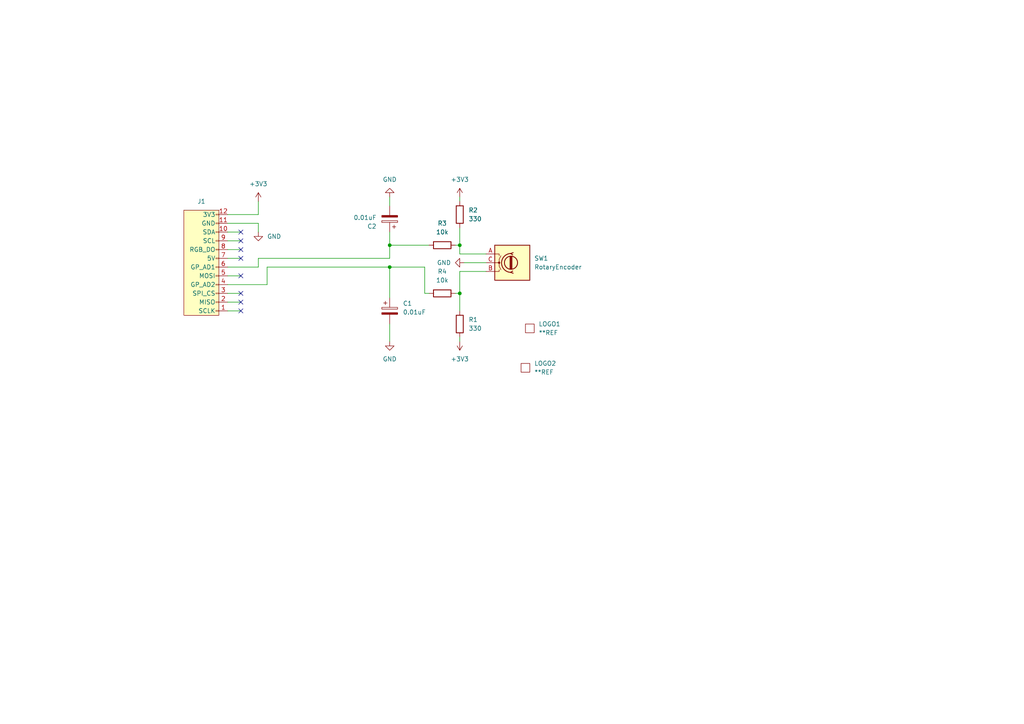
<source format=kicad_sch>
(kicad_sch (version 20231120) (generator "eeschema") (generator_version "8.0")
  (paper "A4")
  (lib_symbols
    (symbol "Device:C_Polarized" (pin_numbers hide) (pin_names (offset 0.254))
      (property "Reference" "C" (at 0.635 2.54 0))
      (property "Value" "C_Polarized" (at 0.635 -2.54 0))
      (symbol "C_Polarized_0_1"
        (rectangle (start -2.286 0.508) (end 2.286 1.016))
        (polyline (pts (xy -1.778 2.286) (xy -0.762 2.286)))
        (polyline (pts (xy -1.27 2.794) (xy -1.27 1.778)))
        (rectangle (start 2.286 -0.508) (end -2.286 -1.016) (fill (type outline)))
      )
      (symbol "C_Polarized_1_1"
        (pin passive line (at 0 3.81 270) (length 2.794) (name "~") (number "1"))
        (pin passive line (at 0 -3.81 90) (length 2.794) (name "~") (number "2"))
      )
    )
    (symbol "Device:R" (pin_numbers hide) (pin_names (offset 0))
      (property "Reference" "R" (at 2.032 0 90))
      (property "Value" "R" (at 0 0 90))
      (symbol "R_0_1"
        (rectangle (start -1.016 -2.54) (end 1.016 2.54) (stroke (width 0.254)))
      )
      (symbol "R_1_1"
        (pin passive line (at 0 3.81 270) (length 1.27) (name "~") (number "1"))
        (pin passive line (at 0 -3.81 90) (length 1.27) (name "~") (number "2"))
      )
    )
    (symbol "Device:RotaryEncoder" (pin_names (offset 0.254) hide)
      (property "Reference" "SW" (at 0 6.604 0))
      (property "Value" "RotaryEncoder" (at 0 -6.604 0))
      (symbol "RotaryEncoder_0_1"
        (rectangle (start -5.08 5.08) (end 5.08 -5.08) (stroke (width 0.254)) (fill (type background)))
        (circle (center -3.81 0) (radius 0.254) (fill (type outline)))
        (circle (center -0.381 0) (radius 1.905) (stroke (width 0.254)))
        (arc (start -0.381 2.667) (mid -3.0988 -0.0635) (end -0.381 -2.794) (stroke (width 0.254)))
        (polyline (pts (xy -0.635 -1.778) (xy -0.635 1.778)) (stroke (width 0.254)))
        (polyline (pts (xy -0.381 -1.778) (xy -0.381 1.778)) (stroke (width 0.254)))
        (polyline (pts (xy -0.127 1.778) (xy -0.127 -1.778)) (stroke (width 0.254)))
        (polyline (pts (xy -5.08 -2.54) (xy -3.81 -2.54) (xy -3.81 -2.032)))
        (polyline (pts (xy -5.08 2.54) (xy -3.81 2.54) (xy -3.81 2.032)))
        (polyline (pts (xy 0.254 -3.048) (xy -0.508 -2.794) (xy 0.127 -2.413)) (stroke (width 0.254)))
        (polyline (pts (xy 0.254 2.921) (xy -0.508 2.667) (xy 0.127 2.286)) (stroke (width 0.254)))
        (polyline (pts (xy -5.08 0) (xy -3.81 0) (xy -3.81 -1.016) (xy -3.302 -2.032)))
        (polyline (pts (xy -4.318 0) (xy -3.81 0) (xy -3.81 1.016) (xy -3.302 2.032)))
      )
      (symbol "RotaryEncoder_1_1"
        (pin passive line (at -7.62 2.54 0) (length 2.54) (name "A") (number "A"))
        (pin passive line (at -7.62 -2.54 0) (length 2.54) (name "B") (number "B"))
        (pin passive line (at -7.62 0 0) (length 2.54) (name "C") (number "C"))
      )
    )
    (symbol "MyKicadSymbols:awesome-logo" (in_bom no)
      (property "Reference" "LOGO" (at 0 0 0))
      (property "Value" "**REF" (at 0 0 0))
      (symbol "awesome-logo_0_1"
        (rectangle (start -1.27 1.27) (end 1.27 -1.27))
      )
    )
    (symbol "Vik:vik-module-connector" (pin_names (offset 1))
      (property "Reference" "J" (at 0 15.875 0))
      (symbol "vik-module-connector_1_1"
        (rectangle (start -5.08 13.97) (end 5.08 -16.51) (fill (type background)))
        (rectangle (start -5.0546 -15.113) (end -4.191 -15.367) (stroke (width 0.1)))
        (rectangle (start -5.0546 -12.573) (end -4.191 -12.827) (stroke (width 0.1)))
        (rectangle (start -5.0546 -10.033) (end -4.191 -10.287) (stroke (width 0.1)))
        (rectangle (start -5.0546 -7.493) (end -4.191 -7.747) (stroke (width 0.1)))
        (rectangle (start -5.0546 -4.953) (end -4.191 -5.207) (stroke (width 0.1)))
        (rectangle (start -5.0546 -2.413) (end -4.191 -2.667) (stroke (width 0.1)))
        (rectangle (start -5.0546 0.127) (end -4.191 -0.127) (stroke (width 0.1)))
        (rectangle (start -5.0546 2.667) (end -4.191 2.413) (stroke (width 0.1)))
        (rectangle (start -5.0546 5.207) (end -4.191 4.953) (stroke (width 0.1)))
        (rectangle (start -5.0546 7.747) (end -4.191 7.493) (stroke (width 0.1)))
        (rectangle (start -5.0546 10.287) (end -4.191 10.033) (stroke (width 0.1)))
        (rectangle (start -5.0546 12.827) (end -4.191 12.573) (stroke (width 0.1)))
        (pin output line (at -7.62 12.7 0) (length 2.54) (name "SCLK") (number "1"))
        (pin bidirectional line (at -7.62 -10.16 0) (length 2.54) (name "SDA") (number "10"))
        (pin power_out line (at -7.62 -12.7 0) (length 2.54) (name "GND") (number "11"))
        (pin power_out line (at -7.62 -15.24 0) (length 2.54) (name "3V3") (number "12"))
        (pin tri_state line (at -7.62 10.16 0) (length 2.54) (name "MISO") (number "2"))
        (pin output line (at -7.62 7.62 0) (length 2.54) (name "SPI_CS") (number "3"))
        (pin bidirectional line (at -7.62 5.08 0) (length 2.54) (name "GP_AD2") (number "4"))
        (pin output line (at -7.62 2.54 0) (length 2.54) (name "MOSI") (number "5"))
        (pin bidirectional line (at -7.62 0 0) (length 2.54) (name "GP_AD1") (number "6"))
        (pin power_out line (at -7.62 -2.54 0) (length 2.54) (name "5V") (number "7"))
        (pin output line (at -7.62 -5.08 0) (length 2.54) (name "RGB_DO") (number "8"))
        (pin bidirectional line (at -7.62 -7.62 0) (length 2.54) (name "SCL") (number "9"))
      )
    )
    (symbol "power:+3V3" (power) (pin_numbers hide) (pin_names (offset 0) hide)
      (property "Value" "+3V3" (at 0 3.556 0))
      (symbol "+3V3_0_1"
        (polyline (pts (xy -0.762 1.27) (xy 0 2.54)))
        (polyline (pts (xy 0 0) (xy 0 2.54)))
        (polyline (pts (xy 0 2.54) (xy 0.762 1.27)))
      )
      (symbol "+3V3_1_1"
        (pin power_in line (at 0 0 90) (length 0) (name "~") (number "1"))
      )
    )
    (symbol "power:GND" (power) (pin_numbers hide) (pin_names (offset 0) hide)
      (property "Value" "GND" (at 0 -3.81 0))
      (symbol "GND_0_1"
        (polyline (pts (xy 0 0) (xy 0 -1.27) (xy 1.27 -1.27) (xy 0 -2.54) (xy -1.27 -1.27) (xy 0 -1.27)))
      )
      (symbol "GND_1_1"
        (pin power_in line (at 0 0 270) (length 0) (name "~") (number "1"))
      )
    )
  )
  (junction (at 133.35 85.09))
  (junction (at 113.03 71.12))
  (junction (at 133.35 71.12))
  (junction (at 113.03 77.47))
  (no_connect (at 69.85 80.01))
  (no_connect (at 69.85 90.17))
  (no_connect (at 69.85 67.31))
  (no_connect (at 69.85 87.63))
  (no_connect (at 69.85 69.85))
  (no_connect (at 69.85 72.39))
  (no_connect (at 69.85 85.09))
  (no_connect (at 69.85 74.93))
  (wire (pts (xy 132.08 85.09) (xy 133.35 85.09)))
  (wire (pts (xy 74.93 74.93) (xy 74.93 77.47)))
  (wire (pts (xy 133.35 71.12) (xy 133.35 73.66)))
  (wire (pts (xy 77.47 77.47) (xy 113.03 77.47)))
  (wire (pts (xy 74.93 77.47) (xy 66.04 77.47)))
  (wire (pts (xy 77.47 77.47) (xy 77.47 82.55)))
  (wire (pts (xy 133.35 85.09) (xy 133.35 90.17)))
  (wire (pts (xy 74.93 64.77) (xy 74.93 67.31)))
  (wire (pts (xy 133.35 57.15) (xy 133.35 58.42)))
  (wire (pts (xy 66.04 74.93) (xy 69.85 74.93)))
  (wire (pts (xy 133.35 85.09) (xy 133.35 78.74)))
  (wire (pts (xy 123.19 77.47) (xy 113.03 77.47)))
  (wire (pts (xy 66.04 64.77) (xy 74.93 64.77)))
  (wire (pts (xy 113.03 59.69) (xy 113.03 57.15)))
  (wire (pts (xy 133.35 66.04) (xy 133.35 71.12)))
  (wire (pts (xy 133.35 71.12) (xy 132.08 71.12)))
  (wire (pts (xy 66.04 67.31) (xy 69.85 67.31)))
  (wire (pts (xy 66.04 69.85) (xy 69.85 69.85)))
  (wire (pts (xy 134.62 76.2) (xy 140.97 76.2)))
  (wire (pts (xy 133.35 97.79) (xy 133.35 99.06)))
  (wire (pts (xy 133.35 78.74) (xy 140.97 78.74)))
  (wire (pts (xy 123.19 77.47) (xy 123.19 85.09)))
  (wire (pts (xy 77.47 82.55) (xy 66.04 82.55)))
  (wire (pts (xy 113.03 71.12) (xy 124.46 71.12)))
  (wire (pts (xy 66.04 85.09) (xy 69.85 85.09)))
  (wire (pts (xy 74.93 62.23) (xy 66.04 62.23)))
  (wire (pts (xy 66.04 72.39) (xy 69.85 72.39)))
  (wire (pts (xy 66.04 87.63) (xy 69.85 87.63)))
  (wire (pts (xy 113.03 67.31) (xy 113.03 71.12)))
  (wire (pts (xy 113.03 93.98) (xy 113.03 99.06)))
  (wire (pts (xy 113.03 77.47) (xy 113.03 86.36)))
  (wire (pts (xy 123.19 85.09) (xy 124.46 85.09)))
  (wire (pts (xy 113.03 71.12) (xy 113.03 74.93)))
  (wire (pts (xy 66.04 90.17) (xy 69.85 90.17)))
  (wire (pts (xy 74.93 58.42) (xy 74.93 62.23)))
  (wire (pts (xy 133.35 73.66) (xy 140.97 73.66)))
  (wire (pts (xy 74.93 74.93) (xy 113.03 74.93)))
  (wire (pts (xy 66.04 80.01) (xy 69.85 80.01)))
  (symbol (lib_id "Device:C_Polarized") (at 113.03 63.5 180) (unit 1)
    (property "Reference" "C2" (at 109.22 65.6591 0) (effects (justify left)))
    (property "Value" "0.01uF" (at 109.22 63.1191 0) (effects (justify left)))
    (property "Footprint" "Capacitor_SMD:C_0402_1005Metric" (effects (hide yes)))
    (property "Description" "Polarized capacitor" (effects (hide yes)))
  )
  (symbol (lib_id "MyKicadSymbols:awesome-logo") (at 152.4 106.68 0) (unit 1) (in_bom no)
    (property "Reference" "LOGO2" (at 154.94 105.4099 0) (effects (justify left)))
    (property "Value" "**REF" (at 154.94 107.9499 0) (effects (justify left)))
    (property "Footprint" "Vik:vik-logo-small" (effects (hide yes)))
    (property "Description" "the crazymittens logo" (effects (hide yes)))
  )
  (symbol (lib_id "Device:RotaryEncoder") (at 148.59 76.2 0) (unit 1) (in_bom no)
    (property "Reference" "SW1" (at 154.94 74.9299 0) (effects (justify left)))
    (property "Value" "RotaryEncoder" (at 154.94 77.4699 0) (effects (justify left)))
    (property "Footprint" "MyKicadFootprints:SW-TH_EC10EXXXXXXX" (effects (hide yes)))
    (property "Description" "Rotary encoder, dual channel, incremental quadrate outputs" (effects (hide yes)))
  )
  (symbol (lib_id "Vik:vik-module-connector") (at 58.42 77.47 180) (unit 1)
    (property "Reference" "J1" (at 58.4323 58.42 0))
    (property "Value" "vik-module-connector" (effects (hide yes)))
    (property "Footprint" "MyKicadFootprints:FPC-SMD_12P-P0.50_HCTL_XW05202-120R-00" (effects (hide yes)))
  )
  (symbol (lib_id "Device:R") (at 133.35 62.23 0) (unit 1)
    (property "Reference" "R2" (at 135.89 60.9599 0) (effects (justify left)))
    (property "Value" "330" (at 135.89 63.4999 0) (effects (justify left)))
    (property "Footprint" "Resistor_SMD:R_0402_1005Metric" (effects (hide yes)))
    (property "Description" "Resistor" (effects (hide yes)))
  )
  (symbol (lib_id "power:GND") (at 74.93 67.31 0) (unit 1)
    (property "Reference" "#PWR08" (effects (hide yes)))
    (property "Value" "GND" (at 77.47 68.5799 0) (effects (justify left)))
    (property "Description" "Power symbol creates a global label with name \"GND\" , ground" (effects (hide yes)))
  )
  (symbol (lib_id "power:+3V3") (at 133.35 99.06 180) (unit 1)
    (property "Reference" "#PWR05" (effects (hide yes)))
    (property "Value" "+3V3" (at 133.35 104.14 0))
    (property "Description" "Power symbol creates a global label with name \"+3V3\"" (effects (hide yes)))
  )
  (symbol (lib_id "Device:R") (at 128.27 85.09 90) (unit 1)
    (property "Reference" "R4" (at 128.27 78.74 90))
    (property "Value" "10k" (at 128.27 81.28 90))
    (property "Footprint" "Resistor_SMD:R_0402_1005Metric" (effects (hide yes)))
    (property "Description" "Resistor" (effects (hide yes)))
  )
  (symbol (lib_id "power:GND") (at 113.03 99.06 0) (unit 1)
    (property "Reference" "#PWR03" (effects (hide yes)))
    (property "Value" "GND" (at 113.03 104.14 0))
    (property "Description" "Power symbol creates a global label with name \"GND\" , ground" (effects (hide yes)))
  )
  (symbol (lib_id "Device:C_Polarized") (at 113.03 90.17 0) (unit 1)
    (property "Reference" "C1" (at 116.84 88.0109 0) (effects (justify left)))
    (property "Value" "0.01uF" (at 116.84 90.5509 0) (effects (justify left)))
    (property "Footprint" "Capacitor_SMD:C_0402_1005Metric" (effects (hide yes)))
    (property "Description" "Polarized capacitor" (effects (hide yes)))
  )
  (symbol (lib_id "power:+3V3") (at 133.35 57.15 0) (unit 1)
    (property "Reference" "#PWR02" (effects (hide yes)))
    (property "Value" "+3V3" (at 133.35 52.07 0))
    (property "Description" "Power symbol creates a global label with name \"+3V3\"" (effects (hide yes)))
  )
  (symbol (lib_id "power:GND") (at 113.03 57.15 180) (unit 1)
    (property "Reference" "#PWR04" (effects (hide yes)))
    (property "Value" "GND" (at 113.03 52.07 0))
    (property "Description" "Power symbol creates a global label with name \"GND\" , ground" (effects (hide yes)))
  )
  (symbol (lib_id "MyKicadSymbols:awesome-logo") (at 153.67 95.25 0) (unit 1) (in_bom no)
    (property "Reference" "LOGO1" (at 156.21 93.9799 0) (effects (justify left)))
    (property "Value" "**REF" (at 156.21 96.5199 0) (effects (justify left)))
    (property "Footprint" "MyKicadFootprints:awesome-logo" (effects (hide yes)))
    (property "Description" "the crazymittens logo" (effects (hide yes)))
  )
  (symbol (lib_id "Device:R") (at 133.35 93.98 0) (unit 1)
    (property "Reference" "R1" (at 135.89 92.7099 0) (effects (justify left)))
    (property "Value" "330" (at 135.89 95.2499 0) (effects (justify left)))
    (property "Footprint" "Resistor_SMD:R_0402_1005Metric" (effects (hide yes)))
    (property "Description" "Resistor" (effects (hide yes)))
  )
  (symbol (lib_id "Device:R") (at 128.27 71.12 90) (unit 1)
    (property "Reference" "R3" (at 128.27 64.77 90))
    (property "Value" "10k" (at 128.27 67.31 90))
    (property "Footprint" "Resistor_SMD:R_0402_1005Metric" (effects (hide yes)))
    (property "Description" "Resistor" (effects (hide yes)))
  )
  (symbol (lib_id "power:+3V3") (at 74.93 58.42 0) (unit 1)
    (property "Reference" "#PWR07" (effects (hide yes)))
    (property "Value" "+3V3" (at 74.93 53.34 0))
    (property "Description" "Power symbol creates a global label with name \"+3V3\"" (effects (hide yes)))
  )
  (symbol (lib_id "power:GND") (at 134.62 76.2 270) (unit 1)
    (property "Reference" "#PWR01" (effects (hide yes)))
    (property "Value" "GND" (at 130.81 76.1999 90) (effects (justify right)))
    (property "Description" "Power symbol creates a global label with name \"GND\" , ground" (effects (hide yes)))
  )
)
</source>
